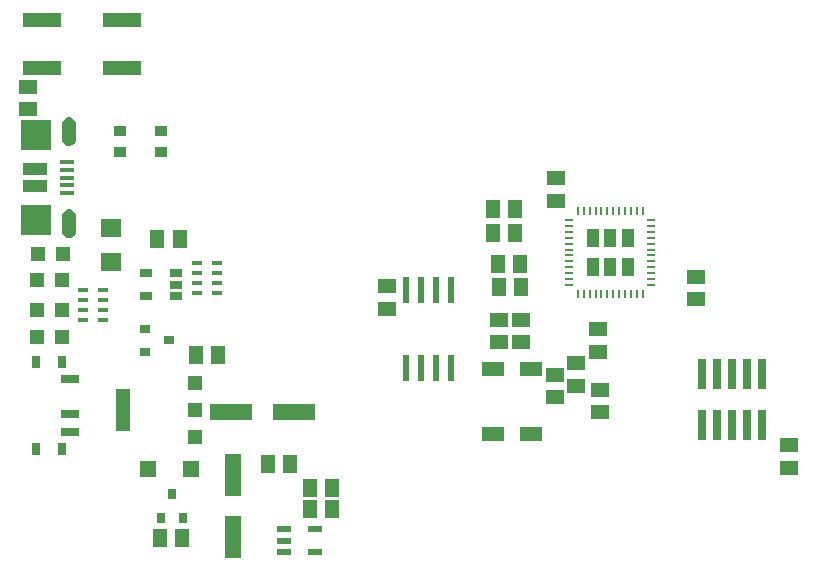
<source format=gbr>
G04 EAGLE Gerber RS-274X export*
G75*
%MOMM*%
%FSLAX34Y34*%
%LPD*%
%INSolderpaste Top*%
%IPPOS*%
%AMOC8*
5,1,8,0,0,1.08239X$1,22.5*%
G01*
%ADD10R,1.240000X1.500000*%
%ADD11R,1.400000X3.556000*%
%ADD12R,3.556000X1.400000*%
%ADD13R,1.200000X1.200000*%
%ADD14R,1.400000X1.400000*%
%ADD15R,1.500000X1.240000*%
%ADD16R,1.200000X0.550000*%
%ADD17R,1.300000X1.300000*%
%ADD18R,1.300000X3.600000*%
%ADD19R,0.787400X0.889000*%
%ADD20R,2.000000X1.000000*%
%ADD21R,2.500000X2.500000*%
%ADD22R,1.250000X0.300000*%
%ADD23R,1.803000X1.600000*%
%ADD24R,3.200000X1.200000*%
%ADD25R,0.250000X0.750000*%
%ADD26R,0.750000X0.250000*%
%ADD27R,1.000000X1.500000*%
%ADD28R,1.900000X1.300000*%
%ADD29R,0.889000X0.787400*%
%ADD30R,0.990000X0.690000*%
%ADD31R,0.900000X0.450000*%
%ADD32R,0.760000X2.600000*%
%ADD33R,0.600000X2.200000*%
%ADD34R,1.000000X0.850000*%
%ADD35R,0.800000X1.000000*%
%ADD36R,1.500000X0.700000*%

G36*
X52278Y407873D02*
X52278Y407873D01*
X53552Y408073D01*
X53599Y408090D01*
X53689Y408111D01*
X54885Y408589D01*
X54928Y408616D01*
X55011Y408656D01*
X56071Y409388D01*
X56107Y409424D01*
X56178Y409482D01*
X57049Y410432D01*
X57076Y410474D01*
X57133Y410547D01*
X57770Y411667D01*
X57787Y411714D01*
X57826Y411797D01*
X58199Y413031D01*
X58204Y413081D01*
X58224Y413171D01*
X58313Y414456D01*
X58311Y414476D01*
X58314Y414500D01*
X58314Y425500D01*
X58312Y425515D01*
X58313Y425535D01*
X58252Y426661D01*
X58241Y426708D01*
X58233Y426784D01*
X57952Y427877D01*
X57932Y427921D01*
X57910Y427994D01*
X57422Y429011D01*
X57394Y429050D01*
X57357Y429117D01*
X56680Y430020D01*
X56645Y430053D01*
X56596Y430111D01*
X55756Y430864D01*
X55715Y430890D01*
X55655Y430938D01*
X54684Y431512D01*
X54639Y431529D01*
X54572Y431565D01*
X53507Y431939D01*
X53460Y431947D01*
X53387Y431969D01*
X52270Y432128D01*
X52242Y432127D01*
X52090Y432128D01*
X50974Y431969D01*
X50928Y431954D01*
X50853Y431939D01*
X49788Y431565D01*
X49746Y431541D01*
X49676Y431512D01*
X48705Y430938D01*
X48668Y430906D01*
X48604Y430864D01*
X47764Y430111D01*
X47735Y430074D01*
X47680Y430020D01*
X47003Y429117D01*
X46981Y429074D01*
X46938Y429011D01*
X46450Y427994D01*
X46437Y427947D01*
X46408Y427877D01*
X46127Y426784D01*
X46124Y426736D01*
X46108Y426661D01*
X46047Y425535D01*
X46049Y425519D01*
X46046Y425500D01*
X46046Y414500D01*
X46049Y414485D01*
X46047Y414465D01*
X46108Y413339D01*
X46120Y413292D01*
X46127Y413216D01*
X46408Y412123D01*
X46428Y412079D01*
X46450Y412006D01*
X46938Y410989D01*
X46967Y410950D01*
X47003Y410883D01*
X47680Y409980D01*
X47715Y409947D01*
X47764Y409889D01*
X48604Y409136D01*
X48645Y409110D01*
X48705Y409062D01*
X49676Y408488D01*
X49721Y408471D01*
X49788Y408435D01*
X50853Y408061D01*
X50900Y408053D01*
X50974Y408031D01*
X52090Y407872D01*
X52091Y407872D01*
X52278Y407873D01*
G37*
G36*
X52278Y329873D02*
X52278Y329873D01*
X53552Y330073D01*
X53599Y330090D01*
X53689Y330111D01*
X54885Y330589D01*
X54928Y330616D01*
X55011Y330656D01*
X56071Y331388D01*
X56107Y331424D01*
X56178Y331482D01*
X57049Y332432D01*
X57076Y332474D01*
X57133Y332547D01*
X57770Y333667D01*
X57787Y333714D01*
X57826Y333797D01*
X58199Y335031D01*
X58204Y335081D01*
X58224Y335171D01*
X58313Y336456D01*
X58311Y336476D01*
X58314Y336500D01*
X58314Y347500D01*
X58312Y347515D01*
X58313Y347535D01*
X58252Y348661D01*
X58241Y348708D01*
X58233Y348784D01*
X57952Y349877D01*
X57932Y349921D01*
X57910Y349994D01*
X57422Y351011D01*
X57394Y351050D01*
X57357Y351117D01*
X56680Y352020D01*
X56645Y352053D01*
X56596Y352111D01*
X55756Y352864D01*
X55715Y352890D01*
X55655Y352938D01*
X54684Y353512D01*
X54639Y353529D01*
X54572Y353565D01*
X53507Y353939D01*
X53460Y353947D01*
X53387Y353969D01*
X52270Y354128D01*
X52242Y354127D01*
X52090Y354128D01*
X50974Y353969D01*
X50928Y353954D01*
X50853Y353939D01*
X49788Y353565D01*
X49746Y353541D01*
X49676Y353512D01*
X48705Y352938D01*
X48668Y352906D01*
X48604Y352864D01*
X47764Y352111D01*
X47735Y352074D01*
X47680Y352020D01*
X47003Y351117D01*
X46981Y351074D01*
X46938Y351011D01*
X46450Y349994D01*
X46437Y349947D01*
X46408Y349877D01*
X46127Y348784D01*
X46124Y348736D01*
X46108Y348661D01*
X46047Y347535D01*
X46049Y347519D01*
X46046Y347500D01*
X46046Y336500D01*
X46049Y336485D01*
X46047Y336465D01*
X46108Y335339D01*
X46120Y335292D01*
X46127Y335216D01*
X46408Y334123D01*
X46428Y334079D01*
X46450Y334006D01*
X46938Y332989D01*
X46967Y332950D01*
X47003Y332883D01*
X47680Y331980D01*
X47715Y331947D01*
X47764Y331889D01*
X48604Y331136D01*
X48645Y331110D01*
X48705Y331062D01*
X49676Y330488D01*
X49721Y330471D01*
X49788Y330435D01*
X50853Y330061D01*
X50900Y330053D01*
X50974Y330031D01*
X52090Y329872D01*
X52091Y329872D01*
X52278Y329873D01*
G37*
D10*
X239370Y138430D03*
X220370Y138430D03*
D11*
X190754Y76330D03*
X190754Y129410D03*
D12*
X242440Y182626D03*
X189360Y182626D03*
D13*
X46060Y246380D03*
X25060Y246380D03*
D14*
X155914Y133858D03*
X118914Y133858D03*
D15*
X463550Y194970D03*
X463550Y213970D03*
D13*
X26330Y316230D03*
X47330Y316230D03*
D15*
X582994Y278110D03*
X582994Y297110D03*
D10*
X255930Y100330D03*
X274930Y100330D03*
D16*
X234650Y83160D03*
X234650Y73660D03*
X234650Y64160D03*
X260650Y64160D03*
X260650Y83160D03*
D15*
X500226Y233570D03*
X500226Y252570D03*
D17*
X159278Y161404D03*
X159278Y184404D03*
X159278Y207404D03*
D18*
X98278Y184404D03*
D10*
X159410Y231140D03*
X178410Y231140D03*
X274930Y118110D03*
X255930Y118110D03*
D19*
X129794Y92710D03*
X149098Y92710D03*
X139446Y113030D03*
D10*
X128930Y76200D03*
X147930Y76200D03*
D20*
X23180Y388500D03*
X23180Y373500D03*
D21*
X24180Y417000D03*
X24180Y345000D03*
D22*
X50930Y394000D03*
X50930Y387500D03*
X50930Y381000D03*
X50930Y374500D03*
X50930Y368000D03*
D13*
X46060Y269240D03*
X25060Y269240D03*
X46060Y294640D03*
X25060Y294640D03*
D23*
X87630Y309630D03*
X87630Y338070D03*
D24*
X97500Y474030D03*
X29500Y474030D03*
X29500Y514030D03*
X97500Y514030D03*
D15*
X481792Y204848D03*
X481792Y223848D03*
X17780Y457810D03*
X17780Y438810D03*
D25*
X483040Y282750D03*
X488040Y282750D03*
X493040Y282750D03*
X498040Y282750D03*
X503040Y282750D03*
X508040Y282750D03*
X513040Y282750D03*
X518040Y282750D03*
X523040Y282750D03*
X528040Y282750D03*
X533040Y282750D03*
D26*
X545290Y290000D03*
X545290Y295000D03*
X545290Y300000D03*
X545290Y305000D03*
X545290Y310000D03*
X545290Y315000D03*
X545290Y320000D03*
X545290Y325000D03*
X545290Y330000D03*
X545290Y335000D03*
X545290Y340000D03*
D25*
X538040Y352250D03*
X533040Y352250D03*
X528040Y352250D03*
X523040Y352250D03*
X518040Y352250D03*
X513040Y352250D03*
X508040Y352250D03*
X503040Y352250D03*
X498040Y352250D03*
X493040Y352250D03*
X488040Y352250D03*
D26*
X475790Y345000D03*
X475790Y340000D03*
X475790Y335000D03*
X475790Y330000D03*
X475790Y325000D03*
X475790Y320000D03*
X475790Y315000D03*
X475790Y310000D03*
X475790Y305000D03*
X475790Y300000D03*
X475790Y295000D03*
D27*
X495540Y330000D03*
X510540Y330000D03*
X525540Y330000D03*
X525540Y305000D03*
X510540Y305000D03*
X495540Y305000D03*
D25*
X538040Y282750D03*
D26*
X545290Y345000D03*
D25*
X483040Y352250D03*
D26*
X475790Y290000D03*
D10*
X434442Y307594D03*
X415442Y307594D03*
D15*
X416560Y241325D03*
X416560Y260325D03*
X435102Y241325D03*
X435102Y260325D03*
D28*
X410974Y218762D03*
X410974Y163762D03*
X442974Y163762D03*
X442974Y218762D03*
D29*
X137160Y243332D03*
X116840Y233680D03*
X116840Y252984D03*
D10*
X126898Y329184D03*
X145898Y329184D03*
D30*
X143202Y280822D03*
X143202Y290322D03*
X143202Y299822D03*
X117302Y299822D03*
X117302Y280822D03*
D31*
X80890Y286050D03*
X63890Y286050D03*
X80890Y277050D03*
X80890Y269050D03*
X80890Y260050D03*
X63890Y260050D03*
X63890Y277050D03*
X63890Y269050D03*
X160410Y282910D03*
X177410Y282910D03*
X160410Y291910D03*
X160410Y299910D03*
X160410Y308910D03*
X177410Y308910D03*
X177410Y291910D03*
X177410Y299910D03*
D32*
X638810Y171540D03*
X626110Y171540D03*
X613410Y171540D03*
X600710Y171540D03*
X588010Y171540D03*
X638810Y214540D03*
X626110Y214540D03*
X613410Y214540D03*
X600710Y214540D03*
X588010Y214540D03*
D15*
X501650Y182270D03*
X501650Y201270D03*
D10*
X415950Y288290D03*
X434950Y288290D03*
X410870Y334010D03*
X429870Y334010D03*
X410870Y354330D03*
X429870Y354330D03*
D15*
X661670Y135280D03*
X661670Y154280D03*
D33*
X350520Y219580D03*
X350520Y285880D03*
X337820Y219580D03*
X363220Y219580D03*
X375920Y219580D03*
X337820Y285880D03*
X363220Y285880D03*
X375920Y285880D03*
D15*
X321310Y269900D03*
X321310Y288900D03*
D34*
X130530Y402730D03*
X95530Y402730D03*
X130530Y420230D03*
X95530Y420230D03*
D15*
X464820Y380340D03*
X464820Y361340D03*
D35*
X24560Y224460D03*
X46560Y224460D03*
X46560Y151460D03*
X24560Y151460D03*
D36*
X53060Y165460D03*
X53060Y180460D03*
X53060Y210460D03*
M02*

</source>
